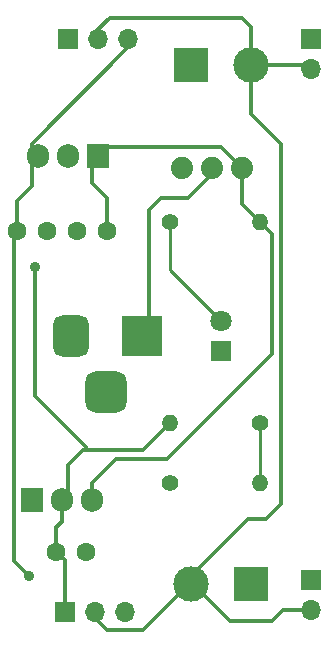
<source format=gbr>
%TF.GenerationSoftware,KiCad,Pcbnew,8.0.1*%
%TF.CreationDate,2024-03-28T07:48:49+11:00*%
%TF.ProjectId,Breadboard Power Supply,42726561-6462-46f6-9172-6420506f7765,rev?*%
%TF.SameCoordinates,Original*%
%TF.FileFunction,Copper,L1,Top*%
%TF.FilePolarity,Positive*%
%FSLAX46Y46*%
G04 Gerber Fmt 4.6, Leading zero omitted, Abs format (unit mm)*
G04 Created by KiCad (PCBNEW 8.0.1) date 2024-03-28 07:48:49*
%MOMM*%
%LPD*%
G01*
G04 APERTURE LIST*
G04 Aperture macros list*
%AMRoundRect*
0 Rectangle with rounded corners*
0 $1 Rounding radius*
0 $2 $3 $4 $5 $6 $7 $8 $9 X,Y pos of 4 corners*
0 Add a 4 corners polygon primitive as box body*
4,1,4,$2,$3,$4,$5,$6,$7,$8,$9,$2,$3,0*
0 Add four circle primitives for the rounded corners*
1,1,$1+$1,$2,$3*
1,1,$1+$1,$4,$5*
1,1,$1+$1,$6,$7*
1,1,$1+$1,$8,$9*
0 Add four rect primitives between the rounded corners*
20,1,$1+$1,$2,$3,$4,$5,0*
20,1,$1+$1,$4,$5,$6,$7,0*
20,1,$1+$1,$6,$7,$8,$9,0*
20,1,$1+$1,$8,$9,$2,$3,0*%
G04 Aperture macros list end*
%TA.AperFunction,ComponentPad*%
%ADD10C,1.600000*%
%TD*%
%TA.AperFunction,ComponentPad*%
%ADD11R,1.905000X2.000000*%
%TD*%
%TA.AperFunction,ComponentPad*%
%ADD12O,1.905000X2.000000*%
%TD*%
%TA.AperFunction,ComponentPad*%
%ADD13R,1.700000X1.700000*%
%TD*%
%TA.AperFunction,ComponentPad*%
%ADD14O,1.700000X1.700000*%
%TD*%
%TA.AperFunction,ComponentPad*%
%ADD15R,1.800000X1.800000*%
%TD*%
%TA.AperFunction,ComponentPad*%
%ADD16C,1.800000*%
%TD*%
%TA.AperFunction,ComponentPad*%
%ADD17C,1.400000*%
%TD*%
%TA.AperFunction,ComponentPad*%
%ADD18O,1.400000X1.400000*%
%TD*%
%TA.AperFunction,ComponentPad*%
%ADD19R,3.000000X3.000000*%
%TD*%
%TA.AperFunction,ComponentPad*%
%ADD20C,3.000000*%
%TD*%
%TA.AperFunction,ComponentPad*%
%ADD21C,1.879600*%
%TD*%
%TA.AperFunction,ComponentPad*%
%ADD22R,3.500000X3.500000*%
%TD*%
%TA.AperFunction,ComponentPad*%
%ADD23RoundRect,0.750000X-0.750000X-1.000000X0.750000X-1.000000X0.750000X1.000000X-0.750000X1.000000X0*%
%TD*%
%TA.AperFunction,ComponentPad*%
%ADD24RoundRect,0.875000X-0.875000X-0.875000X0.875000X-0.875000X0.875000X0.875000X-0.875000X0.875000X0*%
%TD*%
%TA.AperFunction,ViaPad*%
%ADD25C,0.900000*%
%TD*%
%TA.AperFunction,Conductor*%
%ADD26C,0.350000*%
%TD*%
%TA.AperFunction,Conductor*%
%ADD27C,0.250000*%
%TD*%
G04 APERTURE END LIST*
D10*
%TO.P,C3,1*%
%TO.N,/3.3V*%
X92730000Y-114554000D03*
%TO.P,C3,2*%
%TO.N,GND*%
X95230000Y-114554000D03*
%TD*%
D11*
%TO.P,U1,1,VI*%
%TO.N,/12V*%
X96266000Y-81026000D03*
D12*
%TO.P,U1,2,GND*%
%TO.N,GND*%
X93726000Y-81026000D03*
%TO.P,U1,3,VO*%
%TO.N,/5V*%
X91186000Y-81026000D03*
%TD*%
D13*
%TO.P,J4,1,Pin_1*%
%TO.N,GND*%
X114300000Y-116941600D03*
D14*
%TO.P,J4,2,Pin_2*%
%TO.N,/PWR_output*%
X114300000Y-119481600D03*
%TD*%
D15*
%TO.P,D1,1,K*%
%TO.N,GND*%
X106680000Y-97541000D03*
D16*
%TO.P,D1,2,A*%
%TO.N,Net-(D1-A)*%
X106680000Y-95001000D03*
%TD*%
D17*
%TO.P,R1,1*%
%TO.N,Net-(D1-A)*%
X102362000Y-86614000D03*
D18*
%TO.P,R1,2*%
%TO.N,/12V*%
X109982000Y-86614000D03*
%TD*%
D19*
%TO.P,J3,1,Pin_1*%
%TO.N,GND*%
X109220000Y-117291600D03*
D20*
%TO.P,J3,2,Pin_2*%
%TO.N,/PWR_output*%
X104140000Y-117291600D03*
%TD*%
D10*
%TO.P,C2,1*%
%TO.N,/5V*%
X89428000Y-87376000D03*
%TO.P,C2,2*%
%TO.N,GND*%
X91928000Y-87376000D03*
%TD*%
D17*
%TO.P,R2,1*%
%TO.N,Net-(U2-ADJ)*%
X109982000Y-103632000D03*
D18*
%TO.P,R2,2*%
%TO.N,/3.3V*%
X102362000Y-103632000D03*
%TD*%
D21*
%TO.P,SW1,1,A*%
%TO.N,/12V*%
X108458000Y-82042000D03*
%TO.P,SW1,2,B*%
%TO.N,/PWR_input*%
X105918000Y-82042000D03*
%TO.P,SW1,3,C*%
%TO.N,unconnected-(SW1-C-Pad3)*%
X103378000Y-82042000D03*
%TD*%
D22*
%TO.P,J1,1*%
%TO.N,/PWR_input*%
X99980000Y-96324500D03*
D23*
%TO.P,J1,2*%
%TO.N,GND*%
X93980000Y-96324500D03*
D24*
%TO.P,J1,3*%
X96980000Y-101024500D03*
%TD*%
D19*
%TO.P,J2,1,Pin_1*%
%TO.N,GND*%
X104140000Y-73320000D03*
D20*
%TO.P,J2,2,Pin_2*%
%TO.N,/PWR_output*%
X109220000Y-73320000D03*
%TD*%
D17*
%TO.P,R3,1*%
%TO.N,GND*%
X102362000Y-108712000D03*
D18*
%TO.P,R3,2*%
%TO.N,Net-(U2-ADJ)*%
X109982000Y-108712000D03*
%TD*%
D13*
%TO.P,J7,1,Pin_1*%
%TO.N,/3.3V*%
X93741000Y-71120000D03*
D14*
%TO.P,J7,2,Pin_2*%
%TO.N,/PWR_output*%
X96281000Y-71120000D03*
%TO.P,J7,3,Pin_3*%
%TO.N,/5V*%
X98821000Y-71120000D03*
%TD*%
D13*
%TO.P,J6,1,Pin_1*%
%TO.N,/3.3V*%
X93487000Y-119634000D03*
D14*
%TO.P,J6,2,Pin_2*%
%TO.N,/PWR_output*%
X96027000Y-119634000D03*
%TO.P,J6,3,Pin_3*%
%TO.N,/5V*%
X98567000Y-119634000D03*
%TD*%
D11*
%TO.P,U2,1,ADJ*%
%TO.N,Net-(U2-ADJ)*%
X90678000Y-110165000D03*
D12*
%TO.P,U2,2,VO*%
%TO.N,/3.3V*%
X93218000Y-110165000D03*
%TO.P,U2,3,VI*%
%TO.N,/12V*%
X95758000Y-110165000D03*
%TD*%
D13*
%TO.P,J5,1,Pin_1*%
%TO.N,GND*%
X114300000Y-71120000D03*
D14*
%TO.P,J5,2,Pin_2*%
%TO.N,/PWR_output*%
X114300000Y-73660000D03*
%TD*%
D10*
%TO.P,C1,1*%
%TO.N,/12V*%
X97008000Y-87376000D03*
%TO.P,C1,2*%
%TO.N,GND*%
X94508000Y-87376000D03*
%TD*%
D25*
%TO.N,/5V*%
X90424000Y-116586000D03*
%TO.N,/3.3V*%
X90932000Y-90424000D03*
%TD*%
D26*
%TO.N,/12V*%
X96520000Y-80264000D02*
X95758000Y-81026000D01*
X108458000Y-82042000D02*
X106680000Y-80264000D01*
X110998000Y-97790000D02*
X110998000Y-87630000D01*
X109982000Y-86614000D02*
X108458000Y-85090000D01*
X95758000Y-110165000D02*
X95758000Y-108712000D01*
X95758000Y-83312000D02*
X97028000Y-84582000D01*
X106680000Y-80264000D02*
X96520000Y-80264000D01*
X97028000Y-87356000D02*
X97008000Y-87376000D01*
X102108000Y-106680000D02*
X110998000Y-97790000D01*
X108458000Y-85090000D02*
X108458000Y-82042000D01*
X97028000Y-84582000D02*
X97028000Y-87356000D01*
X97790000Y-106680000D02*
X102108000Y-106680000D01*
X110998000Y-87630000D02*
X109982000Y-86614000D01*
X95758000Y-81026000D02*
X95758000Y-83312000D01*
X95758000Y-108712000D02*
X97790000Y-106680000D01*
%TO.N,/5V*%
X90678000Y-83566000D02*
X89408000Y-84836000D01*
X89408000Y-87356000D02*
X89428000Y-87376000D01*
X89428000Y-87376000D02*
X89154000Y-87650000D01*
X90678000Y-81026000D02*
X90678000Y-83566000D01*
X98821000Y-71120000D02*
X98821000Y-71867000D01*
X90678000Y-80010000D02*
X90678000Y-81026000D01*
X89154000Y-87650000D02*
X89154000Y-115316000D01*
X89154000Y-115316000D02*
X90424000Y-116586000D01*
X89408000Y-84836000D02*
X89408000Y-87356000D01*
X98821000Y-71867000D02*
X90678000Y-80010000D01*
%TO.N,/3.3V*%
X90932000Y-90424000D02*
X90932000Y-101346000D01*
X92730000Y-114554000D02*
X92730000Y-112502000D01*
X94996000Y-105918000D02*
X93726000Y-107188000D01*
X93726000Y-109657000D02*
X93218000Y-110165000D01*
X100076000Y-105918000D02*
X95250000Y-105918000D01*
X95250000Y-105664000D02*
X95250000Y-105918000D01*
X90932000Y-101346000D02*
X95250000Y-105664000D01*
X92730000Y-112502000D02*
X93218000Y-112014000D01*
X93472000Y-115296000D02*
X92730000Y-114554000D01*
X93487000Y-119634000D02*
X93472000Y-119619000D01*
X93726000Y-107188000D02*
X93726000Y-109657000D01*
X102362000Y-103632000D02*
X100076000Y-105918000D01*
X93218000Y-112014000D02*
X93218000Y-110165000D01*
X93472000Y-119619000D02*
X93472000Y-115296000D01*
X95250000Y-105918000D02*
X94996000Y-105918000D01*
D27*
%TO.N,Net-(D1-A)*%
X102362000Y-86614000D02*
X102362000Y-90683000D01*
X102362000Y-90683000D02*
X106680000Y-95001000D01*
D26*
%TO.N,/PWR_input*%
X103886000Y-84582000D02*
X101600000Y-84582000D01*
X105918000Y-82042000D02*
X105918000Y-82550000D01*
X105918000Y-82550000D02*
X103886000Y-84582000D01*
X100584000Y-85598000D02*
X100584000Y-95720500D01*
X100584000Y-95720500D02*
X99980000Y-96324500D01*
X101600000Y-84582000D02*
X100584000Y-85598000D01*
%TO.N,/PWR_output*%
X110998000Y-120396000D02*
X107442000Y-120396000D01*
X96281000Y-70343000D02*
X97282000Y-69342000D01*
X109220000Y-77470000D02*
X111760000Y-80010000D01*
X113960000Y-73320000D02*
X114300000Y-73660000D01*
X97028000Y-121158000D02*
X100076000Y-121158000D01*
X108458000Y-69342000D02*
X109220000Y-70104000D01*
X109220000Y-73320000D02*
X109220000Y-77470000D01*
X114300000Y-119481600D02*
X111912400Y-119481600D01*
X109220000Y-73320000D02*
X113960000Y-73320000D01*
X108966000Y-111760000D02*
X104140000Y-116586000D01*
X110490000Y-111760000D02*
X108966000Y-111760000D01*
X96027000Y-120157000D02*
X97028000Y-121158000D01*
X111760000Y-80010000D02*
X111760000Y-110490000D01*
X103942400Y-117291600D02*
X104140000Y-117291600D01*
X97282000Y-69342000D02*
X108458000Y-69342000D01*
X111912400Y-119481600D02*
X110998000Y-120396000D01*
X104140000Y-116586000D02*
X104140000Y-117291600D01*
X111760000Y-110490000D02*
X110490000Y-111760000D01*
X109220000Y-70104000D02*
X109220000Y-73320000D01*
X96281000Y-71120000D02*
X96520000Y-71120000D01*
X96027000Y-119634000D02*
X96027000Y-120157000D01*
X96281000Y-71120000D02*
X96281000Y-70343000D01*
X104337600Y-117291600D02*
X104140000Y-117291600D01*
X107442000Y-120396000D02*
X104337600Y-117291600D01*
X100076000Y-121158000D02*
X103942400Y-117291600D01*
D27*
%TO.N,Net-(U2-ADJ)*%
X109982000Y-108712000D02*
X109982000Y-103632000D01*
%TD*%
M02*

</source>
